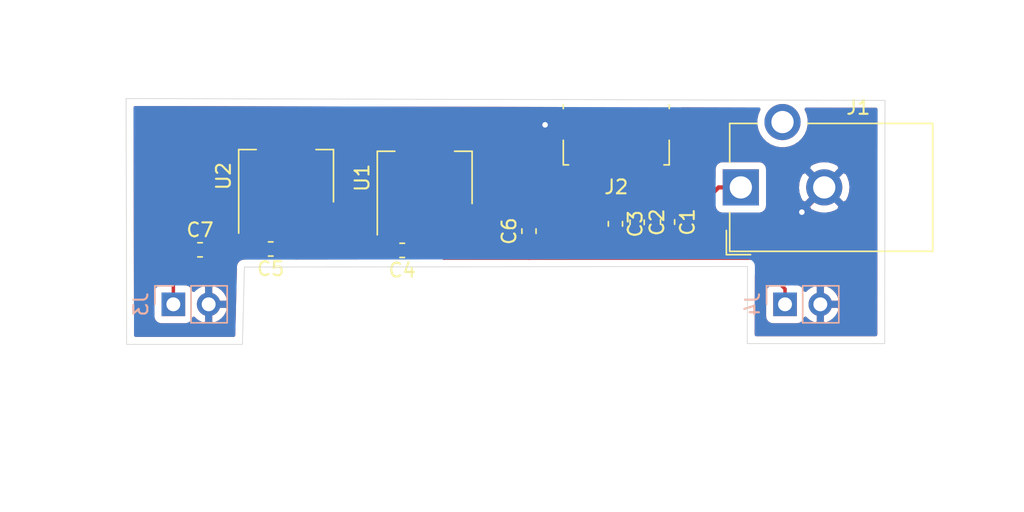
<source format=kicad_pcb>
(kicad_pcb (version 20171130) (host pcbnew "(5.1.4)-1")

  (general
    (thickness 1.6)
    (drawings 8)
    (tracks 66)
    (zones 0)
    (modules 13)
    (nets 7)
  )

  (page A4)
  (layers
    (0 F.Cu signal)
    (31 B.Cu signal)
    (32 B.Adhes user)
    (33 F.Adhes user)
    (34 B.Paste user)
    (35 F.Paste user)
    (36 B.SilkS user)
    (37 F.SilkS user)
    (38 B.Mask user)
    (39 F.Mask user)
    (40 Dwgs.User user)
    (41 Cmts.User user)
    (42 Eco1.User user)
    (43 Eco2.User user)
    (44 Edge.Cuts user)
    (45 Margin user)
    (46 B.CrtYd user)
    (47 F.CrtYd user)
    (48 B.Fab user)
    (49 F.Fab user)
  )

  (setup
    (last_trace_width 0.25)
    (trace_clearance 0.2)
    (zone_clearance 0.508)
    (zone_45_only no)
    (trace_min 0.2)
    (via_size 0.8)
    (via_drill 0.4)
    (via_min_size 0.4)
    (via_min_drill 0.3)
    (uvia_size 0.3)
    (uvia_drill 0.1)
    (uvias_allowed no)
    (uvia_min_size 0.2)
    (uvia_min_drill 0.1)
    (edge_width 0.05)
    (segment_width 0.2)
    (pcb_text_width 0.3)
    (pcb_text_size 1.5 1.5)
    (mod_edge_width 0.12)
    (mod_text_size 1 1)
    (mod_text_width 0.15)
    (pad_size 1.524 1.524)
    (pad_drill 0.762)
    (pad_to_mask_clearance 0.051)
    (solder_mask_min_width 0.25)
    (aux_axis_origin 0 0)
    (visible_elements FFFFF77F)
    (pcbplotparams
      (layerselection 0x010fc_ffffffff)
      (usegerberextensions false)
      (usegerberattributes false)
      (usegerberadvancedattributes false)
      (creategerberjobfile false)
      (excludeedgelayer true)
      (linewidth 0.100000)
      (plotframeref false)
      (viasonmask false)
      (mode 1)
      (useauxorigin false)
      (hpglpennumber 1)
      (hpglpenspeed 20)
      (hpglpendiameter 15.000000)
      (psnegative false)
      (psa4output false)
      (plotreference true)
      (plotvalue true)
      (plotinvisibletext false)
      (padsonsilk false)
      (subtractmaskfromsilk false)
      (outputformat 1)
      (mirror false)
      (drillshape 1)
      (scaleselection 1)
      (outputdirectory ""))
  )

  (net 0 "")
  (net 1 GND)
  (net 2 "Net-(C1-Pad1)")
  (net 3 "Net-(C4-Pad1)")
  (net 4 "Net-(C5-Pad1)")
  (net 5 "Net-(J2-Pad3)")
  (net 6 "Net-(J2-Pad2)")

  (net_class Default "Ceci est la Netclass par défaut."
    (clearance 0.2)
    (trace_width 0.25)
    (via_dia 0.8)
    (via_drill 0.4)
    (uvia_dia 0.3)
    (uvia_drill 0.1)
    (add_net GND)
    (add_net "Net-(C1-Pad1)")
    (add_net "Net-(C4-Pad1)")
    (add_net "Net-(C5-Pad1)")
    (add_net "Net-(J2-Pad2)")
    (add_net "Net-(J2-Pad3)")
  )

  (module Package_TO_SOT_SMD:SOT-223-3_TabPin2 (layer F.Cu) (tedit 5A02FF57) (tstamp 5DAB8174)
    (at 108.11 80.78 90)
    (descr "module CMS SOT223 4 pins")
    (tags "CMS SOT")
    (path /5DAB8263)
    (attr smd)
    (fp_text reference U2 (at 0 -4.5 90) (layer F.SilkS)
      (effects (font (size 1 1) (thickness 0.15)))
    )
    (fp_text value LD1117S33TR_SOT223 (at 0 4.5 90) (layer F.Fab)
      (effects (font (size 1 1) (thickness 0.15)))
    )
    (fp_line (start 1.85 -3.35) (end 1.85 3.35) (layer F.Fab) (width 0.1))
    (fp_line (start -1.85 3.35) (end 1.85 3.35) (layer F.Fab) (width 0.1))
    (fp_line (start -4.1 -3.41) (end 1.91 -3.41) (layer F.SilkS) (width 0.12))
    (fp_line (start -0.85 -3.35) (end 1.85 -3.35) (layer F.Fab) (width 0.1))
    (fp_line (start -1.85 3.41) (end 1.91 3.41) (layer F.SilkS) (width 0.12))
    (fp_line (start -1.85 -2.35) (end -1.85 3.35) (layer F.Fab) (width 0.1))
    (fp_line (start -1.85 -2.35) (end -0.85 -3.35) (layer F.Fab) (width 0.1))
    (fp_line (start -4.4 -3.6) (end -4.4 3.6) (layer F.CrtYd) (width 0.05))
    (fp_line (start -4.4 3.6) (end 4.4 3.6) (layer F.CrtYd) (width 0.05))
    (fp_line (start 4.4 3.6) (end 4.4 -3.6) (layer F.CrtYd) (width 0.05))
    (fp_line (start 4.4 -3.6) (end -4.4 -3.6) (layer F.CrtYd) (width 0.05))
    (fp_line (start 1.91 -3.41) (end 1.91 -2.15) (layer F.SilkS) (width 0.12))
    (fp_line (start 1.91 3.41) (end 1.91 2.15) (layer F.SilkS) (width 0.12))
    (fp_text user %R (at 0 0) (layer F.Fab)
      (effects (font (size 0.8 0.8) (thickness 0.12)))
    )
    (pad 1 smd rect (at -3.15 -2.3 90) (size 2 1.5) (layers F.Cu F.Paste F.Mask)
      (net 1 GND))
    (pad 3 smd rect (at -3.15 2.3 90) (size 2 1.5) (layers F.Cu F.Paste F.Mask)
      (net 2 "Net-(C1-Pad1)"))
    (pad 2 smd rect (at -3.15 0 90) (size 2 1.5) (layers F.Cu F.Paste F.Mask)
      (net 4 "Net-(C5-Pad1)"))
    (pad 2 smd rect (at 3.15 0 90) (size 2 3.8) (layers F.Cu F.Paste F.Mask)
      (net 4 "Net-(C5-Pad1)"))
    (model ${KISYS3DMOD}/Package_TO_SOT_SMD.3dshapes/SOT-223.wrl
      (at (xyz 0 0 0))
      (scale (xyz 1 1 1))
      (rotate (xyz 0 0 0))
    )
  )

  (module Package_TO_SOT_SMD:SOT-223-3_TabPin2 (layer F.Cu) (tedit 5A02FF57) (tstamp 5DAB815E)
    (at 118.08 80.9 90)
    (descr "module CMS SOT223 4 pins")
    (tags "CMS SOT")
    (path /5DAB7D35)
    (attr smd)
    (fp_text reference U1 (at 0 -4.5 90) (layer F.SilkS)
      (effects (font (size 1 1) (thickness 0.15)))
    )
    (fp_text value LD1117S50TR_SOT223 (at 0 4.5 90) (layer F.Fab)
      (effects (font (size 1 1) (thickness 0.15)))
    )
    (fp_line (start 1.85 -3.35) (end 1.85 3.35) (layer F.Fab) (width 0.1))
    (fp_line (start -1.85 3.35) (end 1.85 3.35) (layer F.Fab) (width 0.1))
    (fp_line (start -4.1 -3.41) (end 1.91 -3.41) (layer F.SilkS) (width 0.12))
    (fp_line (start -0.85 -3.35) (end 1.85 -3.35) (layer F.Fab) (width 0.1))
    (fp_line (start -1.85 3.41) (end 1.91 3.41) (layer F.SilkS) (width 0.12))
    (fp_line (start -1.85 -2.35) (end -1.85 3.35) (layer F.Fab) (width 0.1))
    (fp_line (start -1.85 -2.35) (end -0.85 -3.35) (layer F.Fab) (width 0.1))
    (fp_line (start -4.4 -3.6) (end -4.4 3.6) (layer F.CrtYd) (width 0.05))
    (fp_line (start -4.4 3.6) (end 4.4 3.6) (layer F.CrtYd) (width 0.05))
    (fp_line (start 4.4 3.6) (end 4.4 -3.6) (layer F.CrtYd) (width 0.05))
    (fp_line (start 4.4 -3.6) (end -4.4 -3.6) (layer F.CrtYd) (width 0.05))
    (fp_line (start 1.91 -3.41) (end 1.91 -2.15) (layer F.SilkS) (width 0.12))
    (fp_line (start 1.91 3.41) (end 1.91 2.15) (layer F.SilkS) (width 0.12))
    (fp_text user %R (at 0 0) (layer F.Fab)
      (effects (font (size 0.8 0.8) (thickness 0.12)))
    )
    (pad 1 smd rect (at -3.15 -2.3 90) (size 2 1.5) (layers F.Cu F.Paste F.Mask)
      (net 1 GND))
    (pad 3 smd rect (at -3.15 2.3 90) (size 2 1.5) (layers F.Cu F.Paste F.Mask)
      (net 2 "Net-(C1-Pad1)"))
    (pad 2 smd rect (at -3.15 0 90) (size 2 1.5) (layers F.Cu F.Paste F.Mask)
      (net 3 "Net-(C4-Pad1)"))
    (pad 2 smd rect (at 3.15 0 90) (size 2 3.8) (layers F.Cu F.Paste F.Mask)
      (net 3 "Net-(C4-Pad1)"))
    (model ${KISYS3DMOD}/Package_TO_SOT_SMD.3dshapes/SOT-223.wrl
      (at (xyz 0 0 0))
      (scale (xyz 1 1 1))
      (rotate (xyz 0 0 0))
    )
  )

  (module Connector_PinHeader_2.54mm:PinHeader_1x02_P2.54mm_Vertical (layer B.Cu) (tedit 59FED5CC) (tstamp 5DAB8148)
    (at 144 90 270)
    (descr "Through hole straight pin header, 1x02, 2.54mm pitch, single row")
    (tags "Through hole pin header THT 1x02 2.54mm single row")
    (path /5DABAD61)
    (fp_text reference J4 (at 0 2.33 270) (layer B.SilkS)
      (effects (font (size 1 1) (thickness 0.15)) (justify mirror))
    )
    (fp_text value Conn_01x02 (at 0 -4.87 270) (layer B.Fab)
      (effects (font (size 1 1) (thickness 0.15)) (justify mirror))
    )
    (fp_text user %R (at 0 -1.27) (layer B.Fab)
      (effects (font (size 1 1) (thickness 0.15)) (justify mirror))
    )
    (fp_line (start 1.8 1.8) (end -1.8 1.8) (layer B.CrtYd) (width 0.05))
    (fp_line (start 1.8 -4.35) (end 1.8 1.8) (layer B.CrtYd) (width 0.05))
    (fp_line (start -1.8 -4.35) (end 1.8 -4.35) (layer B.CrtYd) (width 0.05))
    (fp_line (start -1.8 1.8) (end -1.8 -4.35) (layer B.CrtYd) (width 0.05))
    (fp_line (start -1.33 1.33) (end 0 1.33) (layer B.SilkS) (width 0.12))
    (fp_line (start -1.33 0) (end -1.33 1.33) (layer B.SilkS) (width 0.12))
    (fp_line (start -1.33 -1.27) (end 1.33 -1.27) (layer B.SilkS) (width 0.12))
    (fp_line (start 1.33 -1.27) (end 1.33 -3.87) (layer B.SilkS) (width 0.12))
    (fp_line (start -1.33 -1.27) (end -1.33 -3.87) (layer B.SilkS) (width 0.12))
    (fp_line (start -1.33 -3.87) (end 1.33 -3.87) (layer B.SilkS) (width 0.12))
    (fp_line (start -1.27 0.635) (end -0.635 1.27) (layer B.Fab) (width 0.1))
    (fp_line (start -1.27 -3.81) (end -1.27 0.635) (layer B.Fab) (width 0.1))
    (fp_line (start 1.27 -3.81) (end -1.27 -3.81) (layer B.Fab) (width 0.1))
    (fp_line (start 1.27 1.27) (end 1.27 -3.81) (layer B.Fab) (width 0.1))
    (fp_line (start -0.635 1.27) (end 1.27 1.27) (layer B.Fab) (width 0.1))
    (pad 2 thru_hole oval (at 0 -2.54 270) (size 1.7 1.7) (drill 1) (layers *.Cu *.Mask)
      (net 1 GND))
    (pad 1 thru_hole rect (at 0 0 270) (size 1.7 1.7) (drill 1) (layers *.Cu *.Mask)
      (net 3 "Net-(C4-Pad1)"))
    (model ${KISYS3DMOD}/Connector_PinHeader_2.54mm.3dshapes/PinHeader_1x02_P2.54mm_Vertical.wrl
      (at (xyz 0 0 0))
      (scale (xyz 1 1 1))
      (rotate (xyz 0 0 0))
    )
  )

  (module Connector_PinHeader_2.54mm:PinHeader_1x02_P2.54mm_Vertical (layer B.Cu) (tedit 59FED5CC) (tstamp 5DAB8132)
    (at 100 90 270)
    (descr "Through hole straight pin header, 1x02, 2.54mm pitch, single row")
    (tags "Through hole pin header THT 1x02 2.54mm single row")
    (path /5DABB04B)
    (fp_text reference J3 (at 0 2.33 270) (layer B.SilkS)
      (effects (font (size 1 1) (thickness 0.15)) (justify mirror))
    )
    (fp_text value Conn_01x02 (at 0 -4.87 270) (layer B.Fab)
      (effects (font (size 1 1) (thickness 0.15)) (justify mirror))
    )
    (fp_text user %R (at 0 -1.27) (layer B.Fab)
      (effects (font (size 1 1) (thickness 0.15)) (justify mirror))
    )
    (fp_line (start 1.8 1.8) (end -1.8 1.8) (layer B.CrtYd) (width 0.05))
    (fp_line (start 1.8 -4.35) (end 1.8 1.8) (layer B.CrtYd) (width 0.05))
    (fp_line (start -1.8 -4.35) (end 1.8 -4.35) (layer B.CrtYd) (width 0.05))
    (fp_line (start -1.8 1.8) (end -1.8 -4.35) (layer B.CrtYd) (width 0.05))
    (fp_line (start -1.33 1.33) (end 0 1.33) (layer B.SilkS) (width 0.12))
    (fp_line (start -1.33 0) (end -1.33 1.33) (layer B.SilkS) (width 0.12))
    (fp_line (start -1.33 -1.27) (end 1.33 -1.27) (layer B.SilkS) (width 0.12))
    (fp_line (start 1.33 -1.27) (end 1.33 -3.87) (layer B.SilkS) (width 0.12))
    (fp_line (start -1.33 -1.27) (end -1.33 -3.87) (layer B.SilkS) (width 0.12))
    (fp_line (start -1.33 -3.87) (end 1.33 -3.87) (layer B.SilkS) (width 0.12))
    (fp_line (start -1.27 0.635) (end -0.635 1.27) (layer B.Fab) (width 0.1))
    (fp_line (start -1.27 -3.81) (end -1.27 0.635) (layer B.Fab) (width 0.1))
    (fp_line (start 1.27 -3.81) (end -1.27 -3.81) (layer B.Fab) (width 0.1))
    (fp_line (start 1.27 1.27) (end 1.27 -3.81) (layer B.Fab) (width 0.1))
    (fp_line (start -0.635 1.27) (end 1.27 1.27) (layer B.Fab) (width 0.1))
    (pad 2 thru_hole oval (at 0 -2.54 270) (size 1.7 1.7) (drill 1) (layers *.Cu *.Mask)
      (net 1 GND))
    (pad 1 thru_hole rect (at 0 0 270) (size 1.7 1.7) (drill 1) (layers *.Cu *.Mask)
      (net 4 "Net-(C5-Pad1)"))
    (model ${KISYS3DMOD}/Connector_PinHeader_2.54mm.3dshapes/PinHeader_1x02_P2.54mm_Vertical.wrl
      (at (xyz 0 0 0))
      (scale (xyz 1 1 1))
      (rotate (xyz 0 0 0))
    )
  )

  (module Connector_USB:USB_Micro-B_Molex_47346-0001 (layer F.Cu) (tedit 5A1DC0BD) (tstamp 5DAB811C)
    (at 131.86 78.26 180)
    (descr "Micro USB B receptable with flange, bottom-mount, SMD, right-angle (http://www.molex.com/pdm_docs/sd/473460001_sd.pdf)")
    (tags "Micro B USB SMD")
    (path /5DAB6902)
    (attr smd)
    (fp_text reference J2 (at 0 -3.3 180) (layer F.SilkS)
      (effects (font (size 1 1) (thickness 0.15)))
    )
    (fp_text value USB_B_Micro (at 0 4.6 180) (layer F.Fab)
      (effects (font (size 1 1) (thickness 0.15)))
    )
    (fp_line (start -3.25 2.65) (end 3.25 2.65) (layer F.Fab) (width 0.1))
    (fp_line (start -3.81 2.6) (end -3.81 2.34) (layer F.SilkS) (width 0.12))
    (fp_line (start -3.81 0.06) (end -3.81 -1.71) (layer F.SilkS) (width 0.12))
    (fp_line (start -3.81 -1.71) (end -3.43 -1.71) (layer F.SilkS) (width 0.12))
    (fp_line (start 3.81 -1.71) (end 3.81 0.06) (layer F.SilkS) (width 0.12))
    (fp_line (start 3.81 2.34) (end 3.81 2.6) (layer F.SilkS) (width 0.12))
    (fp_line (start -3.75 3.35) (end -3.75 -1.65) (layer F.Fab) (width 0.1))
    (fp_line (start -3.75 -1.65) (end 3.75 -1.65) (layer F.Fab) (width 0.1))
    (fp_line (start 3.75 -1.65) (end 3.75 3.35) (layer F.Fab) (width 0.1))
    (fp_line (start 3.75 3.35) (end -3.75 3.35) (layer F.Fab) (width 0.1))
    (fp_line (start -4.6 3.9) (end -4.6 -2.7) (layer F.CrtYd) (width 0.05))
    (fp_line (start -4.6 -2.7) (end 4.6 -2.7) (layer F.CrtYd) (width 0.05))
    (fp_line (start 4.6 -2.7) (end 4.6 3.9) (layer F.CrtYd) (width 0.05))
    (fp_line (start 4.6 3.9) (end -4.6 3.9) (layer F.CrtYd) (width 0.05))
    (fp_line (start 3.81 -1.71) (end 3.43 -1.71) (layer F.SilkS) (width 0.12))
    (fp_text user %R (at 0 1.2) (layer F.Fab)
      (effects (font (size 1 1) (thickness 0.15)))
    )
    (fp_text user "PCB Edge" (at 0 2.67 180) (layer Dwgs.User)
      (effects (font (size 0.4 0.4) (thickness 0.04)))
    )
    (pad 6 smd rect (at 0.84 1.2 180) (size 1.175 1.9) (layers F.Cu F.Paste F.Mask)
      (net 1 GND))
    (pad 6 smd rect (at -0.84 1.2 180) (size 1.175 1.9) (layers F.Cu F.Paste F.Mask)
      (net 1 GND))
    (pad 6 smd rect (at 2.91 1.2 180) (size 2.375 1.9) (layers F.Cu F.Paste F.Mask)
      (net 1 GND))
    (pad 6 smd rect (at -2.91 1.2 180) (size 2.375 1.9) (layers F.Cu F.Paste F.Mask)
      (net 1 GND))
    (pad 6 smd rect (at 2.4625 -1.1 180) (size 1.475 2.1) (layers F.Cu F.Paste F.Mask)
      (net 1 GND))
    (pad 6 smd rect (at -2.4625 -1.1 180) (size 1.475 2.1) (layers F.Cu F.Paste F.Mask)
      (net 1 GND))
    (pad 5 smd rect (at 1.3 -1.46 180) (size 0.45 1.38) (layers F.Cu F.Paste F.Mask)
      (net 1 GND))
    (pad 4 smd rect (at 0.65 -1.46 180) (size 0.45 1.38) (layers F.Cu F.Paste F.Mask)
      (net 1 GND))
    (pad 3 smd rect (at 0 -1.46 180) (size 0.45 1.38) (layers F.Cu F.Paste F.Mask)
      (net 5 "Net-(J2-Pad3)"))
    (pad 2 smd rect (at -0.65 -1.46 180) (size 0.45 1.38) (layers F.Cu F.Paste F.Mask)
      (net 6 "Net-(J2-Pad2)"))
    (pad 1 smd rect (at -1.3 -1.46 180) (size 0.45 1.38) (layers F.Cu F.Paste F.Mask)
      (net 2 "Net-(C1-Pad1)"))
    (model ${KISYS3DMOD}/Connector_USB.3dshapes/USB_Micro-B_Molex_47346-0001.wrl
      (at (xyz 0 0 0))
      (scale (xyz 1 1 1))
      (rotate (xyz 0 0 0))
    )
  )

  (module Connector_BarrelJack:BarrelJack_CUI_PJ-102AH_Horizontal (layer F.Cu) (tedit 5A1DBF38) (tstamp 5DAB80FC)
    (at 140.82 81.59 90)
    (descr "Thin-pin DC Barrel Jack, https://cdn-shop.adafruit.com/datasheets/21mmdcjackDatasheet.pdf")
    (tags "Power Jack")
    (path /5DAB71E2)
    (fp_text reference J1 (at 5.75 8.45) (layer F.SilkS)
      (effects (font (size 1 1) (thickness 0.15)))
    )
    (fp_text value Jack-DC (at -5.5 6.2) (layer F.Fab)
      (effects (font (size 1 1) (thickness 0.15)))
    )
    (fp_line (start -4.5 10.2) (end 4.5 10.2) (layer F.Fab) (width 0.1))
    (fp_line (start -3.5 -0.7) (end 4.5 -0.7) (layer F.Fab) (width 0.1))
    (fp_line (start -4.5 0.3) (end -3.5 -0.7) (layer F.Fab) (width 0.1))
    (fp_line (start -4.5 13.7) (end -4.5 0.3) (layer F.Fab) (width 0.1))
    (fp_line (start 4.5 13.7) (end -4.5 13.7) (layer F.Fab) (width 0.1))
    (fp_line (start 4.5 -0.7) (end 4.5 13.7) (layer F.Fab) (width 0.1))
    (fp_line (start -4.84 -1.04) (end -3.1 -1.04) (layer F.SilkS) (width 0.12))
    (fp_line (start -4.84 0.7) (end -4.84 -1.04) (layer F.SilkS) (width 0.12))
    (fp_line (start 4.6 -0.8) (end 4.6 1.2) (layer F.SilkS) (width 0.12))
    (fp_line (start 1.8 -0.8) (end 4.6 -0.8) (layer F.SilkS) (width 0.12))
    (fp_line (start -4.6 -0.8) (end -1.8 -0.8) (layer F.SilkS) (width 0.12))
    (fp_line (start -4.6 13.8) (end -4.6 -0.8) (layer F.SilkS) (width 0.12))
    (fp_line (start 4.6 13.8) (end -4.6 13.8) (layer F.SilkS) (width 0.12))
    (fp_line (start 4.6 4.8) (end 4.6 13.8) (layer F.SilkS) (width 0.12))
    (fp_line (start -1.8 -1.8) (end 1.8 -1.8) (layer F.CrtYd) (width 0.05))
    (fp_line (start -1.8 -1.2) (end -1.8 -1.8) (layer F.CrtYd) (width 0.05))
    (fp_line (start -5 -1.2) (end -1.8 -1.2) (layer F.CrtYd) (width 0.05))
    (fp_line (start -5 14.2) (end -5 -1.2) (layer F.CrtYd) (width 0.05))
    (fp_line (start 5 14.2) (end -5 14.2) (layer F.CrtYd) (width 0.05))
    (fp_line (start 5 4.8) (end 5 14.2) (layer F.CrtYd) (width 0.05))
    (fp_line (start 6.5 4.8) (end 5 4.8) (layer F.CrtYd) (width 0.05))
    (fp_line (start 6.5 1.2) (end 6.5 4.8) (layer F.CrtYd) (width 0.05))
    (fp_line (start 5 1.2) (end 6.5 1.2) (layer F.CrtYd) (width 0.05))
    (fp_line (start 5 -1.2) (end 5 1.2) (layer F.CrtYd) (width 0.05))
    (fp_line (start 1.8 -1.2) (end 5 -1.2) (layer F.CrtYd) (width 0.05))
    (fp_line (start 1.8 -1.8) (end 1.8 -1.2) (layer F.CrtYd) (width 0.05))
    (fp_text user %R (at 0 6.5 90) (layer F.Fab)
      (effects (font (size 1 1) (thickness 0.15)))
    )
    (pad 3 thru_hole circle (at 4.7 3 90) (size 2.6 2.6) (drill 1.6) (layers *.Cu *.Mask))
    (pad 2 thru_hole circle (at 0 6 90) (size 2.6 2.6) (drill 1.6) (layers *.Cu *.Mask)
      (net 1 GND))
    (pad 1 thru_hole rect (at 0 0 90) (size 2.6 2.6) (drill 1.6) (layers *.Cu *.Mask)
      (net 2 "Net-(C1-Pad1)"))
    (model C:/Users/YG/Downloads/CUI_PJ-002A.step
      (offset (xyz 0 -13.5 6.5))
      (scale (xyz 1 1 1))
      (rotate (xyz -90 0 90))
    )
  )

  (module Capacitor_SMD:C_0603_1608Metric (layer F.Cu) (tedit 5B301BBE) (tstamp 5DAB80DA)
    (at 101.92 86.08)
    (descr "Capacitor SMD 0603 (1608 Metric), square (rectangular) end terminal, IPC_7351 nominal, (Body size source: http://www.tortai-tech.com/upload/download/2011102023233369053.pdf), generated with kicad-footprint-generator")
    (tags capacitor)
    (path /5DABA437)
    (attr smd)
    (fp_text reference C7 (at 0 -1.43) (layer F.SilkS)
      (effects (font (size 1 1) (thickness 0.15)))
    )
    (fp_text value 22uf (at 0 1.43) (layer F.Fab)
      (effects (font (size 1 1) (thickness 0.15)))
    )
    (fp_text user %R (at 0 0) (layer F.Fab)
      (effects (font (size 0.4 0.4) (thickness 0.06)))
    )
    (fp_line (start 1.48 0.73) (end -1.48 0.73) (layer F.CrtYd) (width 0.05))
    (fp_line (start 1.48 -0.73) (end 1.48 0.73) (layer F.CrtYd) (width 0.05))
    (fp_line (start -1.48 -0.73) (end 1.48 -0.73) (layer F.CrtYd) (width 0.05))
    (fp_line (start -1.48 0.73) (end -1.48 -0.73) (layer F.CrtYd) (width 0.05))
    (fp_line (start -0.162779 0.51) (end 0.162779 0.51) (layer F.SilkS) (width 0.12))
    (fp_line (start -0.162779 -0.51) (end 0.162779 -0.51) (layer F.SilkS) (width 0.12))
    (fp_line (start 0.8 0.4) (end -0.8 0.4) (layer F.Fab) (width 0.1))
    (fp_line (start 0.8 -0.4) (end 0.8 0.4) (layer F.Fab) (width 0.1))
    (fp_line (start -0.8 -0.4) (end 0.8 -0.4) (layer F.Fab) (width 0.1))
    (fp_line (start -0.8 0.4) (end -0.8 -0.4) (layer F.Fab) (width 0.1))
    (pad 2 smd roundrect (at 0.7875 0) (size 0.875 0.95) (layers F.Cu F.Paste F.Mask) (roundrect_rratio 0.25)
      (net 1 GND))
    (pad 1 smd roundrect (at -0.7875 0) (size 0.875 0.95) (layers F.Cu F.Paste F.Mask) (roundrect_rratio 0.25)
      (net 4 "Net-(C5-Pad1)"))
    (model ${KISYS3DMOD}/Capacitor_SMD.3dshapes/C_0603_1608Metric.wrl
      (at (xyz 0 0 0))
      (scale (xyz 1 1 1))
      (rotate (xyz 0 0 0))
    )
  )

  (module Capacitor_SMD:C_0603_1608Metric (layer F.Cu) (tedit 5B301BBE) (tstamp 5DAB80C9)
    (at 125.58 84.7375 90)
    (descr "Capacitor SMD 0603 (1608 Metric), square (rectangular) end terminal, IPC_7351 nominal, (Body size source: http://www.tortai-tech.com/upload/download/2011102023233369053.pdf), generated with kicad-footprint-generator")
    (tags capacitor)
    (path /5DAB9F2C)
    (attr smd)
    (fp_text reference C6 (at 0 -1.43 90) (layer F.SilkS)
      (effects (font (size 1 1) (thickness 0.15)))
    )
    (fp_text value 22uf (at 0 1.43 90) (layer F.Fab)
      (effects (font (size 1 1) (thickness 0.15)))
    )
    (fp_text user %R (at 0 0 90) (layer F.Fab)
      (effects (font (size 0.4 0.4) (thickness 0.06)))
    )
    (fp_line (start 1.48 0.73) (end -1.48 0.73) (layer F.CrtYd) (width 0.05))
    (fp_line (start 1.48 -0.73) (end 1.48 0.73) (layer F.CrtYd) (width 0.05))
    (fp_line (start -1.48 -0.73) (end 1.48 -0.73) (layer F.CrtYd) (width 0.05))
    (fp_line (start -1.48 0.73) (end -1.48 -0.73) (layer F.CrtYd) (width 0.05))
    (fp_line (start -0.162779 0.51) (end 0.162779 0.51) (layer F.SilkS) (width 0.12))
    (fp_line (start -0.162779 -0.51) (end 0.162779 -0.51) (layer F.SilkS) (width 0.12))
    (fp_line (start 0.8 0.4) (end -0.8 0.4) (layer F.Fab) (width 0.1))
    (fp_line (start 0.8 -0.4) (end 0.8 0.4) (layer F.Fab) (width 0.1))
    (fp_line (start -0.8 -0.4) (end 0.8 -0.4) (layer F.Fab) (width 0.1))
    (fp_line (start -0.8 0.4) (end -0.8 -0.4) (layer F.Fab) (width 0.1))
    (pad 2 smd roundrect (at 0.7875 0 90) (size 0.875 0.95) (layers F.Cu F.Paste F.Mask) (roundrect_rratio 0.25)
      (net 1 GND))
    (pad 1 smd roundrect (at -0.7875 0 90) (size 0.875 0.95) (layers F.Cu F.Paste F.Mask) (roundrect_rratio 0.25)
      (net 3 "Net-(C4-Pad1)"))
    (model ${KISYS3DMOD}/Capacitor_SMD.3dshapes/C_0603_1608Metric.wrl
      (at (xyz 0 0 0))
      (scale (xyz 1 1 1))
      (rotate (xyz 0 0 0))
    )
  )

  (module Capacitor_SMD:C_0603_1608Metric (layer F.Cu) (tedit 5B301BBE) (tstamp 5DAB80B8)
    (at 107.0025 86.02 180)
    (descr "Capacitor SMD 0603 (1608 Metric), square (rectangular) end terminal, IPC_7351 nominal, (Body size source: http://www.tortai-tech.com/upload/download/2011102023233369053.pdf), generated with kicad-footprint-generator")
    (tags capacitor)
    (path /5DABA0B5)
    (attr smd)
    (fp_text reference C5 (at 0 -1.43) (layer F.SilkS)
      (effects (font (size 1 1) (thickness 0.15)))
    )
    (fp_text value 22uf (at 0 1.43) (layer F.Fab)
      (effects (font (size 1 1) (thickness 0.15)))
    )
    (fp_text user %R (at 0 0) (layer F.Fab)
      (effects (font (size 0.4 0.4) (thickness 0.06)))
    )
    (fp_line (start 1.48 0.73) (end -1.48 0.73) (layer F.CrtYd) (width 0.05))
    (fp_line (start 1.48 -0.73) (end 1.48 0.73) (layer F.CrtYd) (width 0.05))
    (fp_line (start -1.48 -0.73) (end 1.48 -0.73) (layer F.CrtYd) (width 0.05))
    (fp_line (start -1.48 0.73) (end -1.48 -0.73) (layer F.CrtYd) (width 0.05))
    (fp_line (start -0.162779 0.51) (end 0.162779 0.51) (layer F.SilkS) (width 0.12))
    (fp_line (start -0.162779 -0.51) (end 0.162779 -0.51) (layer F.SilkS) (width 0.12))
    (fp_line (start 0.8 0.4) (end -0.8 0.4) (layer F.Fab) (width 0.1))
    (fp_line (start 0.8 -0.4) (end 0.8 0.4) (layer F.Fab) (width 0.1))
    (fp_line (start -0.8 -0.4) (end 0.8 -0.4) (layer F.Fab) (width 0.1))
    (fp_line (start -0.8 0.4) (end -0.8 -0.4) (layer F.Fab) (width 0.1))
    (pad 2 smd roundrect (at 0.7875 0 180) (size 0.875 0.95) (layers F.Cu F.Paste F.Mask) (roundrect_rratio 0.25)
      (net 1 GND))
    (pad 1 smd roundrect (at -0.7875 0 180) (size 0.875 0.95) (layers F.Cu F.Paste F.Mask) (roundrect_rratio 0.25)
      (net 4 "Net-(C5-Pad1)"))
    (model ${KISYS3DMOD}/Capacitor_SMD.3dshapes/C_0603_1608Metric.wrl
      (at (xyz 0 0 0))
      (scale (xyz 1 1 1))
      (rotate (xyz 0 0 0))
    )
  )

  (module Capacitor_SMD:C_0603_1608Metric (layer F.Cu) (tedit 5B301BBE) (tstamp 5DAB80A7)
    (at 116.4625 86.12 180)
    (descr "Capacitor SMD 0603 (1608 Metric), square (rectangular) end terminal, IPC_7351 nominal, (Body size source: http://www.tortai-tech.com/upload/download/2011102023233369053.pdf), generated with kicad-footprint-generator")
    (tags capacitor)
    (path /5DAB9D4B)
    (attr smd)
    (fp_text reference C4 (at 0 -1.43) (layer F.SilkS)
      (effects (font (size 1 1) (thickness 0.15)))
    )
    (fp_text value 22uf (at 0 1.43 270) (layer F.Fab)
      (effects (font (size 1 1) (thickness 0.15)))
    )
    (fp_text user %R (at 0 0) (layer F.Fab)
      (effects (font (size 0.4 0.4) (thickness 0.06)))
    )
    (fp_line (start 1.48 0.73) (end -1.48 0.73) (layer F.CrtYd) (width 0.05))
    (fp_line (start 1.48 -0.73) (end 1.48 0.73) (layer F.CrtYd) (width 0.05))
    (fp_line (start -1.48 -0.73) (end 1.48 -0.73) (layer F.CrtYd) (width 0.05))
    (fp_line (start -1.48 0.73) (end -1.48 -0.73) (layer F.CrtYd) (width 0.05))
    (fp_line (start -0.162779 0.51) (end 0.162779 0.51) (layer F.SilkS) (width 0.12))
    (fp_line (start -0.162779 -0.51) (end 0.162779 -0.51) (layer F.SilkS) (width 0.12))
    (fp_line (start 0.8 0.4) (end -0.8 0.4) (layer F.Fab) (width 0.1))
    (fp_line (start 0.8 -0.4) (end 0.8 0.4) (layer F.Fab) (width 0.1))
    (fp_line (start -0.8 -0.4) (end 0.8 -0.4) (layer F.Fab) (width 0.1))
    (fp_line (start -0.8 0.4) (end -0.8 -0.4) (layer F.Fab) (width 0.1))
    (pad 2 smd roundrect (at 0.7875 0 180) (size 0.875 0.95) (layers F.Cu F.Paste F.Mask) (roundrect_rratio 0.25)
      (net 1 GND))
    (pad 1 smd roundrect (at -0.7875 0 180) (size 0.875 0.95) (layers F.Cu F.Paste F.Mask) (roundrect_rratio 0.25)
      (net 3 "Net-(C4-Pad1)"))
    (model ${KISYS3DMOD}/Capacitor_SMD.3dshapes/C_0603_1608Metric.wrl
      (at (xyz 0 0 0))
      (scale (xyz 1 1 1))
      (rotate (xyz 0 0 0))
    )
  )

  (module Capacitor_SMD:C_0603_1608Metric (layer F.Cu) (tedit 5B301BBE) (tstamp 5DAB8096)
    (at 131.8 84.2125 270)
    (descr "Capacitor SMD 0603 (1608 Metric), square (rectangular) end terminal, IPC_7351 nominal, (Body size source: http://www.tortai-tech.com/upload/download/2011102023233369053.pdf), generated with kicad-footprint-generator")
    (tags capacitor)
    (path /5DABAAFB)
    (attr smd)
    (fp_text reference C3 (at 0 -1.43 90) (layer F.SilkS)
      (effects (font (size 1 1) (thickness 0.15)))
    )
    (fp_text value 22uf (at 0 1.43 90) (layer F.Fab)
      (effects (font (size 1 1) (thickness 0.15)))
    )
    (fp_text user %R (at 0 0 90) (layer F.Fab)
      (effects (font (size 0.4 0.4) (thickness 0.06)))
    )
    (fp_line (start 1.48 0.73) (end -1.48 0.73) (layer F.CrtYd) (width 0.05))
    (fp_line (start 1.48 -0.73) (end 1.48 0.73) (layer F.CrtYd) (width 0.05))
    (fp_line (start -1.48 -0.73) (end 1.48 -0.73) (layer F.CrtYd) (width 0.05))
    (fp_line (start -1.48 0.73) (end -1.48 -0.73) (layer F.CrtYd) (width 0.05))
    (fp_line (start -0.162779 0.51) (end 0.162779 0.51) (layer F.SilkS) (width 0.12))
    (fp_line (start -0.162779 -0.51) (end 0.162779 -0.51) (layer F.SilkS) (width 0.12))
    (fp_line (start 0.8 0.4) (end -0.8 0.4) (layer F.Fab) (width 0.1))
    (fp_line (start 0.8 -0.4) (end 0.8 0.4) (layer F.Fab) (width 0.1))
    (fp_line (start -0.8 -0.4) (end 0.8 -0.4) (layer F.Fab) (width 0.1))
    (fp_line (start -0.8 0.4) (end -0.8 -0.4) (layer F.Fab) (width 0.1))
    (pad 2 smd roundrect (at 0.7875 0 270) (size 0.875 0.95) (layers F.Cu F.Paste F.Mask) (roundrect_rratio 0.25)
      (net 1 GND))
    (pad 1 smd roundrect (at -0.7875 0 270) (size 0.875 0.95) (layers F.Cu F.Paste F.Mask) (roundrect_rratio 0.25)
      (net 2 "Net-(C1-Pad1)"))
    (model ${KISYS3DMOD}/Capacitor_SMD.3dshapes/C_0603_1608Metric.wrl
      (at (xyz 0 0 0))
      (scale (xyz 1 1 1))
      (rotate (xyz 0 0 0))
    )
  )

  (module Capacitor_SMD:C_0603_1608Metric (layer F.Cu) (tedit 5B301BBE) (tstamp 5DAB8085)
    (at 133.36 84.1025 270)
    (descr "Capacitor SMD 0603 (1608 Metric), square (rectangular) end terminal, IPC_7351 nominal, (Body size source: http://www.tortai-tech.com/upload/download/2011102023233369053.pdf), generated with kicad-footprint-generator")
    (tags capacitor)
    (path /5DABA924)
    (attr smd)
    (fp_text reference C2 (at 0 -1.43 90) (layer F.SilkS)
      (effects (font (size 1 1) (thickness 0.15)))
    )
    (fp_text value 22uf (at 0 1.43 90) (layer F.Fab)
      (effects (font (size 1 1) (thickness 0.15)))
    )
    (fp_text user %R (at 0 0 90) (layer F.Fab)
      (effects (font (size 0.4 0.4) (thickness 0.06)))
    )
    (fp_line (start 1.48 0.73) (end -1.48 0.73) (layer F.CrtYd) (width 0.05))
    (fp_line (start 1.48 -0.73) (end 1.48 0.73) (layer F.CrtYd) (width 0.05))
    (fp_line (start -1.48 -0.73) (end 1.48 -0.73) (layer F.CrtYd) (width 0.05))
    (fp_line (start -1.48 0.73) (end -1.48 -0.73) (layer F.CrtYd) (width 0.05))
    (fp_line (start -0.162779 0.51) (end 0.162779 0.51) (layer F.SilkS) (width 0.12))
    (fp_line (start -0.162779 -0.51) (end 0.162779 -0.51) (layer F.SilkS) (width 0.12))
    (fp_line (start 0.8 0.4) (end -0.8 0.4) (layer F.Fab) (width 0.1))
    (fp_line (start 0.8 -0.4) (end 0.8 0.4) (layer F.Fab) (width 0.1))
    (fp_line (start -0.8 -0.4) (end 0.8 -0.4) (layer F.Fab) (width 0.1))
    (fp_line (start -0.8 0.4) (end -0.8 -0.4) (layer F.Fab) (width 0.1))
    (pad 2 smd roundrect (at 0.7875 0 270) (size 0.875 0.95) (layers F.Cu F.Paste F.Mask) (roundrect_rratio 0.25)
      (net 1 GND))
    (pad 1 smd roundrect (at -0.7875 0 270) (size 0.875 0.95) (layers F.Cu F.Paste F.Mask) (roundrect_rratio 0.25)
      (net 2 "Net-(C1-Pad1)"))
    (model ${KISYS3DMOD}/Capacitor_SMD.3dshapes/C_0603_1608Metric.wrl
      (at (xyz 0 0 0))
      (scale (xyz 1 1 1))
      (rotate (xyz 0 0 0))
    )
  )

  (module Capacitor_SMD:C_0603_1608Metric (layer F.Cu) (tedit 5B301BBE) (tstamp 5DAB8A05)
    (at 135.55 84.0825 270)
    (descr "Capacitor SMD 0603 (1608 Metric), square (rectangular) end terminal, IPC_7351 nominal, (Body size source: http://www.tortai-tech.com/upload/download/2011102023233369053.pdf), generated with kicad-footprint-generator")
    (tags capacitor)
    (path /5DABA646)
    (attr smd)
    (fp_text reference C1 (at 0 -1.43 90) (layer F.SilkS)
      (effects (font (size 1 1) (thickness 0.15)))
    )
    (fp_text value 22uf (at 0 1.43 90) (layer F.Fab)
      (effects (font (size 1 1) (thickness 0.15)))
    )
    (fp_text user %R (at 0 0 90) (layer F.Fab)
      (effects (font (size 0.4 0.4) (thickness 0.06)))
    )
    (fp_line (start 1.48 0.73) (end -1.48 0.73) (layer F.CrtYd) (width 0.05))
    (fp_line (start 1.48 -0.73) (end 1.48 0.73) (layer F.CrtYd) (width 0.05))
    (fp_line (start -1.48 -0.73) (end 1.48 -0.73) (layer F.CrtYd) (width 0.05))
    (fp_line (start -1.48 0.73) (end -1.48 -0.73) (layer F.CrtYd) (width 0.05))
    (fp_line (start -0.162779 0.51) (end 0.162779 0.51) (layer F.SilkS) (width 0.12))
    (fp_line (start -0.162779 -0.51) (end 0.162779 -0.51) (layer F.SilkS) (width 0.12))
    (fp_line (start 0.8 0.4) (end -0.8 0.4) (layer F.Fab) (width 0.1))
    (fp_line (start 0.8 -0.4) (end 0.8 0.4) (layer F.Fab) (width 0.1))
    (fp_line (start -0.8 -0.4) (end 0.8 -0.4) (layer F.Fab) (width 0.1))
    (fp_line (start -0.8 0.4) (end -0.8 -0.4) (layer F.Fab) (width 0.1))
    (pad 2 smd roundrect (at 0.7875 0 270) (size 0.875 0.95) (layers F.Cu F.Paste F.Mask) (roundrect_rratio 0.25)
      (net 1 GND))
    (pad 1 smd roundrect (at -0.7875 0 270) (size 0.875 0.95) (layers F.Cu F.Paste F.Mask) (roundrect_rratio 0.25)
      (net 2 "Net-(C1-Pad1)"))
    (model ${KISYS3DMOD}/Capacitor_SMD.3dshapes/C_0603_1608Metric.wrl
      (at (xyz 0 0 0))
      (scale (xyz 1 1 1))
      (rotate (xyz 0 0 0))
    )
  )

  (gr_line (start 96.6 75.2) (end 151.19 75.33) (layer Edge.Cuts) (width 0.05) (tstamp 5DAB8387))
  (gr_line (start 96.64 92.88) (end 96.6 75.2) (layer Edge.Cuts) (width 0.05))
  (gr_line (start 104.97 92.88) (end 96.64 92.88) (layer Edge.Cuts) (width 0.05))
  (gr_line (start 105.11 87.32) (end 104.97 92.88) (layer Edge.Cuts) (width 0.05))
  (gr_line (start 141.3 87.28) (end 105.11 87.32) (layer Edge.Cuts) (width 0.05))
  (gr_line (start 141.28 92.83) (end 141.3 87.28) (layer Edge.Cuts) (width 0.05))
  (gr_line (start 151.17 92.83) (end 141.28 92.83) (layer Edge.Cuts) (width 0.05))
  (gr_line (start 151.19 75.33) (end 151.17 92.83) (layer Edge.Cuts) (width 0.05))

  (via (at 145.21 83.37) (size 0.8) (drill 0.4) (layers F.Cu B.Cu) (net 1))
  (segment (start 146.82 81.59) (end 146.82 81.76) (width 0.3) (layer F.Cu) (net 1))
  (segment (start 146.82 81.76) (end 145.21 83.37) (width 0.3) (layer F.Cu) (net 1))
  (segment (start 128.95 77.06) (end 131.02 77.06) (width 0.3) (layer F.Cu) (net 1))
  (segment (start 131.02 77.06) (end 132.7 77.06) (width 0.3) (layer F.Cu) (net 1))
  (segment (start 132.7 77.06) (end 134.77 77.06) (width 0.3) (layer F.Cu) (net 1))
  (segment (start 134.3225 77.5075) (end 134.77 77.06) (width 0.3) (layer F.Cu) (net 1))
  (segment (start 134.3225 79.36) (end 134.3225 77.5075) (width 0.3) (layer F.Cu) (net 1))
  (segment (start 131.21 79.72) (end 130.56 79.72) (width 0.3) (layer F.Cu) (net 1))
  (segment (start 130.2 79.36) (end 130.56 79.72) (width 0.3) (layer F.Cu) (net 1))
  (segment (start 129.3975 79.36) (end 130.2 79.36) (width 0.3) (layer F.Cu) (net 1))
  (segment (start 129.3975 77.5075) (end 128.95 77.06) (width 0.3) (layer F.Cu) (net 1))
  (segment (start 129.3975 79.36) (end 129.3975 77.5075) (width 0.3) (layer F.Cu) (net 1))
  (via (at 126.74 77.09) (size 0.8) (drill 0.4) (layers F.Cu B.Cu) (net 1))
  (segment (start 128.95 77.06) (end 126.77 77.06) (width 0.3) (layer F.Cu) (net 1))
  (segment (start 126.77 77.06) (end 126.74 77.09) (width 0.3) (layer F.Cu) (net 1))
  (segment (start 115.675 84.155) (end 115.78 84.05) (width 0.25) (layer F.Cu) (net 1))
  (segment (start 115.675 86.12) (end 115.675 84.155) (width 0.25) (layer F.Cu) (net 1))
  (segment (start 106.215 84.335) (end 105.81 83.93) (width 0.25) (layer F.Cu) (net 1))
  (segment (start 106.215 86.02) (end 106.215 84.335) (width 0.25) (layer F.Cu) (net 1))
  (segment (start 140.82 81.59) (end 139.27 81.59) (width 0.25) (layer F.Cu) (net 2))
  (segment (start 120.38 82.8) (end 119.02 81.44) (width 0.25) (layer F.Cu) (net 2))
  (segment (start 120.38 84.05) (end 120.38 82.8) (width 0.25) (layer F.Cu) (net 2))
  (segment (start 119.02 81.44) (end 111.4 81.44) (width 0.25) (layer F.Cu) (net 2))
  (segment (start 110.41 82.43) (end 110.41 83.93) (width 0.25) (layer F.Cu) (net 2))
  (segment (start 111.4 81.44) (end 110.41 82.43) (width 0.25) (layer F.Cu) (net 2))
  (segment (start 133.16 80.71) (end 133.16 82.17) (width 0.3) (layer F.Cu) (net 2))
  (segment (start 133.16 79.72) (end 133.16 80.71) (width 0.3) (layer F.Cu) (net 2))
  (segment (start 121.72 82.71) (end 120.38 84.05) (width 0.3) (layer F.Cu) (net 2))
  (segment (start 139.22 81.59) (end 138.49 82.32) (width 0.3) (layer F.Cu) (net 2))
  (segment (start 140.82 81.59) (end 139.22 81.59) (width 0.3) (layer F.Cu) (net 2))
  (segment (start 133.31 82.32) (end 133.16 82.17) (width 0.3) (layer F.Cu) (net 2))
  (segment (start 133.16 82.17) (end 132.62 82.71) (width 0.3) (layer F.Cu) (net 2))
  (segment (start 135.55 82.7575) (end 135.55 82.32) (width 0.25) (layer F.Cu) (net 2))
  (segment (start 135.55 83.295) (end 135.55 82.7575) (width 0.25) (layer F.Cu) (net 2))
  (segment (start 138.49 82.32) (end 135.55 82.32) (width 0.3) (layer F.Cu) (net 2))
  (segment (start 135.55 82.32) (end 133.31 82.32) (width 0.3) (layer F.Cu) (net 2))
  (segment (start 133.31 82.7275) (end 133.31 82.32) (width 0.25) (layer F.Cu) (net 2))
  (segment (start 133.36 82.7775) (end 133.31 82.7275) (width 0.25) (layer F.Cu) (net 2))
  (segment (start 133.36 83.315) (end 133.36 82.7775) (width 0.25) (layer F.Cu) (net 2))
  (segment (start 131.73 82.8175) (end 131.73 82.71) (width 0.25) (layer F.Cu) (net 2))
  (segment (start 131.8 82.8875) (end 131.73 82.8175) (width 0.25) (layer F.Cu) (net 2))
  (segment (start 131.8 83.425) (end 131.8 82.8875) (width 0.25) (layer F.Cu) (net 2))
  (segment (start 132.62 82.71) (end 131.73 82.71) (width 0.3) (layer F.Cu) (net 2))
  (segment (start 131.73 82.71) (end 121.72 82.71) (width 0.3) (layer F.Cu) (net 2))
  (segment (start 144 88.9) (end 144 90) (width 0.25) (layer F.Cu) (net 3))
  (segment (start 141.78 86.68) (end 144 88.9) (width 0.25) (layer F.Cu) (net 3))
  (segment (start 118.08 85.3) (end 119.46 86.68) (width 0.25) (layer F.Cu) (net 3))
  (segment (start 118.08 85.29) (end 118.08 85.01) (width 0.25) (layer F.Cu) (net 3))
  (segment (start 117.25 86.12) (end 118.08 85.29) (width 0.25) (layer F.Cu) (net 3))
  (segment (start 118.08 84.05) (end 118.08 85.01) (width 0.25) (layer F.Cu) (net 3))
  (segment (start 118.08 85.01) (end 118.08 85.3) (width 0.25) (layer F.Cu) (net 3))
  (segment (start 125.58 86.0625) (end 125.58 86.68) (width 0.25) (layer F.Cu) (net 3))
  (segment (start 125.58 85.525) (end 125.58 86.0625) (width 0.25) (layer F.Cu) (net 3))
  (segment (start 119.46 86.68) (end 125.58 86.68) (width 0.25) (layer F.Cu) (net 3))
  (segment (start 125.58 86.68) (end 141.78 86.68) (width 0.25) (layer F.Cu) (net 3))
  (segment (start 108.11 82.68) (end 107.3 81.87) (width 0.25) (layer F.Cu) (net 4))
  (segment (start 108.11 83.93) (end 108.11 82.68) (width 0.25) (layer F.Cu) (net 4))
  (segment (start 107.3 81.87) (end 102.14 81.87) (width 0.25) (layer F.Cu) (net 4))
  (segment (start 102.14 81.87) (end 100 84.01) (width 0.25) (layer F.Cu) (net 4))
  (segment (start 107.79 84.25) (end 108.11 83.93) (width 0.25) (layer F.Cu) (net 4))
  (segment (start 107.79 86.02) (end 107.79 84.25) (width 0.25) (layer F.Cu) (net 4))
  (segment (start 100.06 86.08) (end 100 86.14) (width 0.25) (layer F.Cu) (net 4))
  (segment (start 101.1325 86.08) (end 100.06 86.08) (width 0.25) (layer F.Cu) (net 4))
  (segment (start 100 84.01) (end 100 86.14) (width 0.25) (layer F.Cu) (net 4))
  (segment (start 100 86.14) (end 100 90) (width 0.25) (layer F.Cu) (net 4))

  (zone (net 1) (net_name GND) (layer F.Cu) (tstamp 0) (hatch edge 0.508)
    (connect_pads (clearance 0.508))
    (min_thickness 0.254)
    (fill yes (arc_segments 32) (thermal_gap 0.508) (thermal_bridge_width 0.508))
    (polygon
      (pts
        (xy 89.32 70.26) (xy 89.2 70.26) (xy 159.39 70.02) (xy 159.63 102.3) (xy 89.08 102.18)
      )
    )
    (filled_polygon
      (pts
        (xy 127.152692 75.932759) (xy 127.136688 75.985518) (xy 127.124428 76.11) (xy 127.1275 76.77425) (xy 127.28625 76.933)
        (xy 128.823 76.933) (xy 128.823 76.913) (xy 129.077 76.913) (xy 129.077 76.933) (xy 130.893 76.933)
        (xy 130.893 76.913) (xy 131.147 76.913) (xy 131.147 76.933) (xy 132.573 76.933) (xy 132.573 76.913)
        (xy 132.827 76.913) (xy 132.827 76.933) (xy 134.643 76.933) (xy 134.643 76.913) (xy 134.897 76.913)
        (xy 134.897 76.933) (xy 136.43375 76.933) (xy 136.5925 76.77425) (xy 136.595572 76.11) (xy 136.583312 75.985518)
        (xy 136.574114 75.955195) (xy 142.108605 75.968375) (xy 142.105225 75.973434) (xy 141.959361 76.325581) (xy 141.885 76.699419)
        (xy 141.885 77.080581) (xy 141.959361 77.454419) (xy 142.105225 77.806566) (xy 142.316987 78.123491) (xy 142.586509 78.393013)
        (xy 142.903434 78.604775) (xy 143.255581 78.750639) (xy 143.629419 78.825) (xy 144.010581 78.825) (xy 144.384419 78.750639)
        (xy 144.736566 78.604775) (xy 145.053491 78.393013) (xy 145.323013 78.123491) (xy 145.534775 77.806566) (xy 145.680639 77.454419)
        (xy 145.755 77.080581) (xy 145.755 76.699419) (xy 145.680639 76.325581) (xy 145.53606 75.976537) (xy 150.529248 75.988428)
        (xy 150.510754 92.17) (xy 141.942382 92.17) (xy 141.957653 87.932454) (xy 142.712655 88.687457) (xy 142.698815 88.698815)
        (xy 142.619463 88.795506) (xy 142.560498 88.90582) (xy 142.524188 89.025518) (xy 142.511928 89.15) (xy 142.511928 90.85)
        (xy 142.524188 90.974482) (xy 142.560498 91.09418) (xy 142.619463 91.204494) (xy 142.698815 91.301185) (xy 142.795506 91.380537)
        (xy 142.90582 91.439502) (xy 143.025518 91.475812) (xy 143.15 91.488072) (xy 144.85 91.488072) (xy 144.974482 91.475812)
        (xy 145.09418 91.439502) (xy 145.204494 91.380537) (xy 145.301185 91.301185) (xy 145.380537 91.204494) (xy 145.439502 91.09418)
        (xy 145.463966 91.013534) (xy 145.539731 91.097588) (xy 145.77308 91.271641) (xy 146.035901 91.396825) (xy 146.18311 91.441476)
        (xy 146.413 91.320155) (xy 146.413 90.127) (xy 146.667 90.127) (xy 146.667 91.320155) (xy 146.89689 91.441476)
        (xy 147.044099 91.396825) (xy 147.30692 91.271641) (xy 147.540269 91.097588) (xy 147.735178 90.881355) (xy 147.884157 90.631252)
        (xy 147.981481 90.356891) (xy 147.860814 90.127) (xy 146.667 90.127) (xy 146.413 90.127) (xy 146.393 90.127)
        (xy 146.393 89.873) (xy 146.413 89.873) (xy 146.413 88.679845) (xy 146.667 88.679845) (xy 146.667 89.873)
        (xy 147.860814 89.873) (xy 147.981481 89.643109) (xy 147.884157 89.368748) (xy 147.735178 89.118645) (xy 147.540269 88.902412)
        (xy 147.30692 88.728359) (xy 147.044099 88.603175) (xy 146.89689 88.558524) (xy 146.667 88.679845) (xy 146.413 88.679845)
        (xy 146.18311 88.558524) (xy 146.035901 88.603175) (xy 145.77308 88.728359) (xy 145.539731 88.902412) (xy 145.463966 88.986466)
        (xy 145.439502 88.90582) (xy 145.380537 88.795506) (xy 145.301185 88.698815) (xy 145.204494 88.619463) (xy 145.09418 88.560498)
        (xy 144.974482 88.524188) (xy 144.85 88.511928) (xy 144.654326 88.511928) (xy 144.634975 88.475725) (xy 144.634974 88.475723)
        (xy 144.563799 88.388997) (xy 144.540001 88.359999) (xy 144.511004 88.336202) (xy 142.343804 86.169003) (xy 142.320001 86.139999)
        (xy 142.204276 86.045026) (xy 142.072247 85.974454) (xy 141.928986 85.930997) (xy 141.817333 85.92) (xy 141.817322 85.92)
        (xy 141.78 85.916324) (xy 141.742678 85.92) (xy 136.193366 85.92) (xy 136.26918 85.897002) (xy 136.379494 85.838037)
        (xy 136.476185 85.758685) (xy 136.555537 85.661994) (xy 136.614502 85.55168) (xy 136.650812 85.431982) (xy 136.663072 85.3075)
        (xy 136.66 85.15575) (xy 136.50125 84.997) (xy 135.677 84.997) (xy 135.677 85.017) (xy 135.423 85.017)
        (xy 135.423 84.997) (xy 134.59875 84.997) (xy 134.445 85.15075) (xy 134.31125 85.017) (xy 133.487 85.017)
        (xy 133.487 85.037) (xy 133.233 85.037) (xy 133.233 85.017) (xy 132.40875 85.017) (xy 132.29875 85.127)
        (xy 131.927 85.127) (xy 131.927 85.147) (xy 131.673 85.147) (xy 131.673 85.127) (xy 130.84875 85.127)
        (xy 130.69 85.28575) (xy 130.686928 85.4375) (xy 130.699188 85.561982) (xy 130.735498 85.68168) (xy 130.794463 85.791994)
        (xy 130.873815 85.888685) (xy 130.911973 85.92) (xy 126.67385 85.92) (xy 126.676608 85.910908) (xy 126.693072 85.74375)
        (xy 126.693072 85.30625) (xy 126.676608 85.139092) (xy 126.62785 84.978358) (xy 126.548671 84.830225) (xy 126.5309 84.80857)
        (xy 126.585537 84.741994) (xy 126.644502 84.63168) (xy 126.680812 84.511982) (xy 126.693072 84.3875) (xy 126.69 84.23575)
        (xy 126.53125 84.077) (xy 125.707 84.077) (xy 125.707 84.097) (xy 125.453 84.097) (xy 125.453 84.077)
        (xy 124.62875 84.077) (xy 124.47 84.23575) (xy 124.466928 84.3875) (xy 124.479188 84.511982) (xy 124.515498 84.63168)
        (xy 124.574463 84.741994) (xy 124.6291 84.80857) (xy 124.611329 84.830225) (xy 124.53215 84.978358) (xy 124.483392 85.139092)
        (xy 124.466928 85.30625) (xy 124.466928 85.74375) (xy 124.483392 85.910908) (xy 124.48615 85.92) (xy 119.774802 85.92)
        (xy 119.533355 85.678554) (xy 119.63 85.688072) (xy 121.13 85.688072) (xy 121.254482 85.675812) (xy 121.37418 85.639502)
        (xy 121.484494 85.580537) (xy 121.581185 85.501185) (xy 121.660537 85.404494) (xy 121.719502 85.29418) (xy 121.755812 85.174482)
        (xy 121.768072 85.05) (xy 121.768072 83.772086) (xy 122.045158 83.495) (xy 124.468652 83.495) (xy 124.466928 83.5125)
        (xy 124.47 83.66425) (xy 124.62875 83.823) (xy 125.453 83.823) (xy 125.453 83.803) (xy 125.707 83.803)
        (xy 125.707 83.823) (xy 126.53125 83.823) (xy 126.69 83.66425) (xy 126.693072 83.5125) (xy 126.691348 83.495)
        (xy 130.686928 83.495) (xy 130.686928 83.64375) (xy 130.703392 83.810908) (xy 130.75215 83.971642) (xy 130.831329 84.119775)
        (xy 130.8491 84.14143) (xy 130.794463 84.208006) (xy 130.735498 84.31832) (xy 130.699188 84.438018) (xy 130.686928 84.5625)
        (xy 130.69 84.71425) (xy 130.84875 84.873) (xy 131.673 84.873) (xy 131.673 84.853) (xy 131.927 84.853)
        (xy 131.927 84.873) (xy 132.75125 84.873) (xy 132.86125 84.763) (xy 133.233 84.763) (xy 133.233 84.743)
        (xy 133.487 84.743) (xy 133.487 84.763) (xy 134.31125 84.763) (xy 134.465 84.60925) (xy 134.59875 84.743)
        (xy 135.423 84.743) (xy 135.423 84.723) (xy 135.677 84.723) (xy 135.677 84.743) (xy 136.50125 84.743)
        (xy 136.66 84.58425) (xy 136.663072 84.4325) (xy 136.650812 84.308018) (xy 136.614502 84.18832) (xy 136.555537 84.078006)
        (xy 136.5009 84.01143) (xy 136.518671 83.989775) (xy 136.59785 83.841642) (xy 136.646608 83.680908) (xy 136.663072 83.51375)
        (xy 136.663072 83.105) (xy 138.451447 83.105) (xy 138.49 83.108797) (xy 138.528553 83.105) (xy 138.528561 83.105)
        (xy 138.643887 83.093641) (xy 138.79186 83.048754) (xy 138.892277 82.995081) (xy 138.894188 83.014482) (xy 138.930498 83.13418)
        (xy 138.989463 83.244494) (xy 139.068815 83.341185) (xy 139.165506 83.420537) (xy 139.27582 83.479502) (xy 139.395518 83.515812)
        (xy 139.52 83.528072) (xy 142.12 83.528072) (xy 142.244482 83.515812) (xy 142.36418 83.479502) (xy 142.474494 83.420537)
        (xy 142.571185 83.341185) (xy 142.650537 83.244494) (xy 142.709502 83.13418) (xy 142.745812 83.014482) (xy 142.753224 82.939224)
        (xy 145.650381 82.939224) (xy 145.782317 83.234312) (xy 146.123045 83.405159) (xy 146.490557 83.50625) (xy 146.870729 83.533701)
        (xy 147.248951 83.486457) (xy 147.61069 83.366333) (xy 147.857683 83.234312) (xy 147.989619 82.939224) (xy 146.82 81.769605)
        (xy 145.650381 82.939224) (xy 142.753224 82.939224) (xy 142.758072 82.89) (xy 142.758072 81.640729) (xy 144.876299 81.640729)
        (xy 144.923543 82.018951) (xy 145.043667 82.38069) (xy 145.175688 82.627683) (xy 145.470776 82.759619) (xy 146.640395 81.59)
        (xy 146.999605 81.59) (xy 148.169224 82.759619) (xy 148.464312 82.627683) (xy 148.635159 82.286955) (xy 148.73625 81.919443)
        (xy 148.763701 81.539271) (xy 148.716457 81.161049) (xy 148.596333 80.79931) (xy 148.464312 80.552317) (xy 148.169224 80.420381)
        (xy 146.999605 81.59) (xy 146.640395 81.59) (xy 145.470776 80.420381) (xy 145.175688 80.552317) (xy 145.004841 80.893045)
        (xy 144.90375 81.260557) (xy 144.876299 81.640729) (xy 142.758072 81.640729) (xy 142.758072 80.29) (xy 142.753225 80.240776)
        (xy 145.650381 80.240776) (xy 146.82 81.410395) (xy 147.989619 80.240776) (xy 147.857683 79.945688) (xy 147.516955 79.774841)
        (xy 147.149443 79.67375) (xy 146.769271 79.646299) (xy 146.391049 79.693543) (xy 146.02931 79.813667) (xy 145.782317 79.945688)
        (xy 145.650381 80.240776) (xy 142.753225 80.240776) (xy 142.745812 80.165518) (xy 142.709502 80.04582) (xy 142.650537 79.935506)
        (xy 142.571185 79.838815) (xy 142.474494 79.759463) (xy 142.36418 79.700498) (xy 142.244482 79.664188) (xy 142.12 79.651928)
        (xy 139.52 79.651928) (xy 139.395518 79.664188) (xy 139.27582 79.700498) (xy 139.165506 79.759463) (xy 139.068815 79.838815)
        (xy 138.989463 79.935506) (xy 138.930498 80.04582) (xy 138.894188 80.165518) (xy 138.881928 80.29) (xy 138.881928 80.880601)
        (xy 138.781767 80.934138) (xy 138.721559 80.98355) (xy 138.692187 81.007655) (xy 138.692184 81.007658) (xy 138.662236 81.032236)
        (xy 138.637657 81.062185) (xy 138.164843 81.535) (xy 133.945 81.535) (xy 133.945 81.045624) (xy 134.03675 81.045)
        (xy 134.1955 80.88625) (xy 134.1955 79.487) (xy 134.4495 79.487) (xy 134.4495 80.88625) (xy 134.60825 81.045)
        (xy 135.06 81.048072) (xy 135.184482 81.035812) (xy 135.30418 80.999502) (xy 135.414494 80.940537) (xy 135.511185 80.861185)
        (xy 135.590537 80.764494) (xy 135.649502 80.65418) (xy 135.685812 80.534482) (xy 135.698072 80.41) (xy 135.695 79.64575)
        (xy 135.53625 79.487) (xy 134.4495 79.487) (xy 134.1955 79.487) (xy 134.1755 79.487) (xy 134.1755 79.233)
        (xy 134.1955 79.233) (xy 134.1955 79.213) (xy 134.4495 79.213) (xy 134.4495 79.233) (xy 135.53625 79.233)
        (xy 135.695 79.07425) (xy 135.696717 78.647184) (xy 135.9575 78.648072) (xy 136.081982 78.635812) (xy 136.20168 78.599502)
        (xy 136.311994 78.540537) (xy 136.408685 78.461185) (xy 136.488037 78.364494) (xy 136.547002 78.25418) (xy 136.583312 78.134482)
        (xy 136.595572 78.01) (xy 136.5925 77.34575) (xy 136.43375 77.187) (xy 134.897 77.187) (xy 134.897 77.207)
        (xy 134.643 77.207) (xy 134.643 77.187) (xy 132.827 77.187) (xy 132.827 77.207) (xy 132.573 77.207)
        (xy 132.573 77.187) (xy 131.147 77.187) (xy 131.147 77.207) (xy 130.893 77.207) (xy 130.893 77.187)
        (xy 129.077 77.187) (xy 129.077 77.207) (xy 128.823 77.207) (xy 128.823 77.187) (xy 127.28625 77.187)
        (xy 127.1275 77.34575) (xy 127.124428 78.01) (xy 127.136688 78.134482) (xy 127.172998 78.25418) (xy 127.231963 78.364494)
        (xy 127.311315 78.461185) (xy 127.408006 78.540537) (xy 127.51832 78.599502) (xy 127.638018 78.635812) (xy 127.7625 78.648072)
        (xy 128.023283 78.647184) (xy 128.025 79.07425) (xy 128.18375 79.233) (xy 129.2705 79.233) (xy 129.2705 79.213)
        (xy 129.5245 79.213) (xy 129.5245 79.233) (xy 129.5445 79.233) (xy 129.5445 79.487) (xy 129.5245 79.487)
        (xy 129.5245 80.88625) (xy 129.68325 81.045) (xy 130.135 81.048072) (xy 130.238334 81.037895) (xy 130.30325 81.045)
        (xy 130.335497 81.012753) (xy 130.37918 80.999502) (xy 130.489494 80.940537) (xy 130.560293 80.882434) (xy 130.622192 80.934887)
        (xy 130.731563 80.995581) (xy 130.784213 81.012463) (xy 130.81675 81.045) (xy 130.885 81.03753) (xy 130.95325 81.045)
        (xy 130.985787 81.012463) (xy 131.038437 80.995581) (xy 131.147808 80.934887) (xy 131.209707 80.882434) (xy 131.280506 80.940537)
        (xy 131.39082 80.999502) (xy 131.434503 81.012753) (xy 131.46675 81.045) (xy 131.531666 81.037895) (xy 131.635 81.048072)
        (xy 132.085 81.048072) (xy 132.185 81.038223) (xy 132.285 81.048072) (xy 132.375 81.048072) (xy 132.375001 81.844842)
        (xy 132.294843 81.925) (xy 121.758552 81.925) (xy 121.719999 81.921203) (xy 121.681446 81.925) (xy 121.681439 81.925)
        (xy 121.58049 81.934943) (xy 121.566112 81.936359) (xy 121.44053 81.974454) (xy 121.41814 81.981246) (xy 121.281767 82.054138)
        (xy 121.234992 82.092526) (xy 121.192187 82.127655) (xy 121.192184 82.127658) (xy 121.162236 82.152236) (xy 121.137658 82.182184)
        (xy 120.983036 82.336807) (xy 120.943799 82.288996) (xy 120.943795 82.288992) (xy 120.920001 82.259999) (xy 120.891008 82.236205)
        (xy 119.583803 80.929002) (xy 119.560001 80.899999) (xy 119.444276 80.805026) (xy 119.312247 80.734454) (xy 119.168986 80.690997)
        (xy 119.057333 80.68) (xy 119.057322 80.68) (xy 119.02 80.676324) (xy 118.982678 80.68) (xy 111.437322 80.68)
        (xy 111.399999 80.676324) (xy 111.362676 80.68) (xy 111.362667 80.68) (xy 111.251014 80.690997) (xy 111.107753 80.734454)
        (xy 110.975724 80.805026) (xy 110.975722 80.805027) (xy 110.975723 80.805027) (xy 110.888996 80.876201) (xy 110.888992 80.876205)
        (xy 110.859999 80.899999) (xy 110.836205 80.928992) (xy 109.899002 81.866197) (xy 109.869999 81.889999) (xy 109.831953 81.936359)
        (xy 109.775026 82.005724) (xy 109.715113 82.117813) (xy 109.704454 82.137754) (xy 109.660997 82.281015) (xy 109.659921 82.291936)
        (xy 109.535518 82.304188) (xy 109.41582 82.340498) (xy 109.305506 82.399463) (xy 109.26 82.436809) (xy 109.214494 82.399463)
        (xy 109.10418 82.340498) (xy 108.984482 82.304188) (xy 108.86 82.291928) (xy 108.764326 82.291928) (xy 108.744974 82.255723)
        (xy 108.673799 82.168997) (xy 108.650001 82.139999) (xy 108.621002 82.116201) (xy 107.863803 81.359002) (xy 107.840001 81.329999)
        (xy 107.724276 81.235026) (xy 107.592247 81.164454) (xy 107.448986 81.120997) (xy 107.337333 81.11) (xy 107.337322 81.11)
        (xy 107.3 81.106324) (xy 107.262678 81.11) (xy 102.177322 81.11) (xy 102.139999 81.106324) (xy 102.102676 81.11)
        (xy 102.102667 81.11) (xy 101.991014 81.120997) (xy 101.858978 81.161049) (xy 101.847753 81.164454) (xy 101.715723 81.235026)
        (xy 101.651004 81.28814) (xy 101.599999 81.329999) (xy 101.576201 81.358997) (xy 99.489003 83.446196) (xy 99.459999 83.469999)
        (xy 99.416465 83.523046) (xy 99.365026 83.585724) (xy 99.298599 83.709999) (xy 99.294454 83.717754) (xy 99.250997 83.861015)
        (xy 99.24 83.972668) (xy 99.24 83.972678) (xy 99.236324 84.01) (xy 99.24 84.047323) (xy 99.240001 86.102658)
        (xy 99.24 86.102668) (xy 99.24 86.102678) (xy 99.236324 86.14) (xy 99.24 86.177323) (xy 99.240001 88.511928)
        (xy 99.15 88.511928) (xy 99.025518 88.524188) (xy 98.90582 88.560498) (xy 98.795506 88.619463) (xy 98.698815 88.698815)
        (xy 98.619463 88.795506) (xy 98.560498 88.90582) (xy 98.524188 89.025518) (xy 98.511928 89.15) (xy 98.511928 90.85)
        (xy 98.524188 90.974482) (xy 98.560498 91.09418) (xy 98.619463 91.204494) (xy 98.698815 91.301185) (xy 98.795506 91.380537)
        (xy 98.90582 91.439502) (xy 99.025518 91.475812) (xy 99.15 91.488072) (xy 100.85 91.488072) (xy 100.974482 91.475812)
        (xy 101.09418 91.439502) (xy 101.204494 91.380537) (xy 101.301185 91.301185) (xy 101.380537 91.204494) (xy 101.439502 91.09418)
        (xy 101.463966 91.013534) (xy 101.539731 91.097588) (xy 101.77308 91.271641) (xy 102.035901 91.396825) (xy 102.18311 91.441476)
        (xy 102.413 91.320155) (xy 102.413 90.127) (xy 102.667 90.127) (xy 102.667 91.320155) (xy 102.89689 91.441476)
        (xy 103.044099 91.396825) (xy 103.30692 91.271641) (xy 103.540269 91.097588) (xy 103.735178 90.881355) (xy 103.884157 90.631252)
        (xy 103.981481 90.356891) (xy 103.860814 90.127) (xy 102.667 90.127) (xy 102.413 90.127) (xy 102.393 90.127)
        (xy 102.393 89.873) (xy 102.413 89.873) (xy 102.413 88.679845) (xy 102.667 88.679845) (xy 102.667 89.873)
        (xy 103.860814 89.873) (xy 103.981481 89.643109) (xy 103.884157 89.368748) (xy 103.735178 89.118645) (xy 103.540269 88.902412)
        (xy 103.30692 88.728359) (xy 103.044099 88.603175) (xy 102.89689 88.558524) (xy 102.667 88.679845) (xy 102.413 88.679845)
        (xy 102.18311 88.558524) (xy 102.035901 88.603175) (xy 101.77308 88.728359) (xy 101.539731 88.902412) (xy 101.463966 88.986466)
        (xy 101.439502 88.90582) (xy 101.380537 88.795506) (xy 101.301185 88.698815) (xy 101.204494 88.619463) (xy 101.09418 88.560498)
        (xy 100.974482 88.524188) (xy 100.85 88.511928) (xy 100.76 88.511928) (xy 100.76 87.177929) (xy 100.91375 87.193072)
        (xy 101.35125 87.193072) (xy 101.518408 87.176608) (xy 101.679142 87.12785) (xy 101.827275 87.048671) (xy 101.84893 87.0309)
        (xy 101.915506 87.085537) (xy 102.02582 87.144502) (xy 102.145518 87.180812) (xy 102.27 87.193072) (xy 102.42175 87.19)
        (xy 102.5805 87.03125) (xy 102.5805 86.207) (xy 102.8345 86.207) (xy 102.8345 87.03125) (xy 102.99325 87.19)
        (xy 103.145 87.193072) (xy 103.269482 87.180812) (xy 103.38918 87.144502) (xy 103.499494 87.085537) (xy 103.596185 87.006185)
        (xy 103.675537 86.909494) (xy 103.734502 86.79918) (xy 103.770812 86.679482) (xy 103.783072 86.555) (xy 103.78 86.36575)
        (xy 103.62125 86.207) (xy 102.8345 86.207) (xy 102.5805 86.207) (xy 102.5605 86.207) (xy 102.5605 85.953)
        (xy 102.5805 85.953) (xy 102.5805 85.12875) (xy 102.8345 85.12875) (xy 102.8345 85.953) (xy 103.62125 85.953)
        (xy 103.78 85.79425) (xy 103.783072 85.605) (xy 103.770812 85.480518) (xy 103.734502 85.36082) (xy 103.675537 85.250506)
        (xy 103.596185 85.153815) (xy 103.499494 85.074463) (xy 103.38918 85.015498) (xy 103.269482 84.979188) (xy 103.145 84.966928)
        (xy 102.99325 84.97) (xy 102.8345 85.12875) (xy 102.5805 85.12875) (xy 102.42175 84.97) (xy 102.27 84.966928)
        (xy 102.145518 84.979188) (xy 102.02582 85.015498) (xy 101.915506 85.074463) (xy 101.84893 85.1291) (xy 101.827275 85.111329)
        (xy 101.679142 85.03215) (xy 101.518408 84.983392) (xy 101.35125 84.966928) (xy 100.91375 84.966928) (xy 100.76 84.982071)
        (xy 100.76 84.324801) (xy 102.454802 82.63) (xy 104.500335 82.63) (xy 104.470498 82.68582) (xy 104.434188 82.805518)
        (xy 104.421928 82.93) (xy 104.425 83.64425) (xy 104.58375 83.803) (xy 105.683 83.803) (xy 105.683 83.783)
        (xy 105.937 83.783) (xy 105.937 83.803) (xy 105.957 83.803) (xy 105.957 84.057) (xy 105.937 84.057)
        (xy 105.937 84.077) (xy 105.683 84.077) (xy 105.683 84.057) (xy 104.58375 84.057) (xy 104.425 84.21575)
        (xy 104.421928 84.93) (xy 104.434188 85.054482) (xy 104.470498 85.17418) (xy 104.529463 85.284494) (xy 104.608815 85.381185)
        (xy 104.705506 85.460537) (xy 104.81582 85.519502) (xy 104.935518 85.555812) (xy 105.06 85.568072) (xy 105.139794 85.567544)
        (xy 105.1425 85.73425) (xy 105.30125 85.893) (xy 106.088 85.893) (xy 106.088 85.873) (xy 106.342 85.873)
        (xy 106.342 85.893) (xy 106.362 85.893) (xy 106.362 86.147) (xy 106.342 86.147) (xy 106.342 86.167)
        (xy 106.088 86.167) (xy 106.088 86.147) (xy 105.30125 86.147) (xy 105.1425 86.30575) (xy 105.139428 86.495)
        (xy 105.151688 86.619482) (xy 105.163961 86.659941) (xy 105.150388 86.659956) (xy 105.126693 86.657018) (xy 105.085541 86.660027)
        (xy 105.076852 86.660037) (xy 105.053216 86.662391) (xy 104.997031 86.6665) (xy 104.988601 86.668827) (xy 104.979899 86.669694)
        (xy 104.925988 86.686113) (xy 104.871711 86.701097) (xy 104.863903 86.705021) (xy 104.85553 86.707571) (xy 104.805849 86.734197)
        (xy 104.755548 86.759476) (xy 104.748653 86.76485) (xy 104.740941 86.768983) (xy 104.697421 86.80478) (xy 104.653005 86.839397)
        (xy 104.64729 86.846014) (xy 104.640534 86.851571) (xy 104.604841 86.895161) (xy 104.568025 86.937787) (xy 104.56371 86.945393)
        (xy 104.558169 86.95216) (xy 104.531667 87.001873) (xy 104.503873 87.050865) (xy 104.501125 87.059166) (xy 104.49701 87.066885)
        (xy 104.480719 87.120803) (xy 104.463013 87.174286) (xy 104.461937 87.182968) (xy 104.459408 87.191337) (xy 104.453948 87.247409)
        (xy 104.451026 87.270979) (xy 104.450807 87.279661) (xy 104.446808 87.320733) (xy 104.449175 87.344495) (xy 104.32641 92.22)
        (xy 97.298508 92.22) (xy 97.271789 80.41) (xy 128.021928 80.41) (xy 128.034188 80.534482) (xy 128.070498 80.65418)
        (xy 128.129463 80.764494) (xy 128.208815 80.861185) (xy 128.305506 80.940537) (xy 128.41582 80.999502) (xy 128.535518 81.035812)
        (xy 128.66 81.048072) (xy 129.11175 81.045) (xy 129.2705 80.88625) (xy 129.2705 79.487) (xy 128.18375 79.487)
        (xy 128.025 79.64575) (xy 128.021928 80.41) (xy 97.271789 80.41) (xy 97.263237 76.63) (xy 105.571928 76.63)
        (xy 105.571928 78.63) (xy 105.584188 78.754482) (xy 105.620498 78.87418) (xy 105.679463 78.984494) (xy 105.758815 79.081185)
        (xy 105.855506 79.160537) (xy 105.96582 79.219502) (xy 106.085518 79.255812) (xy 106.21 79.268072) (xy 110.01 79.268072)
        (xy 110.134482 79.255812) (xy 110.25418 79.219502) (xy 110.364494 79.160537) (xy 110.461185 79.081185) (xy 110.540537 78.984494)
        (xy 110.599502 78.87418) (xy 110.635812 78.754482) (xy 110.648072 78.63) (xy 110.648072 76.75) (xy 115.541928 76.75)
        (xy 115.541928 78.75) (xy 115.554188 78.874482) (xy 115.590498 78.99418) (xy 115.649463 79.104494) (xy 115.728815 79.201185)
        (xy 115.825506 79.280537) (xy 115.93582 79.339502) (xy 116.055518 79.375812) (xy 116.18 79.388072) (xy 119.98 79.388072)
        (xy 120.104482 79.375812) (xy 120.22418 79.339502) (xy 120.334494 79.280537) (xy 120.431185 79.201185) (xy 120.510537 79.104494)
        (xy 120.569502 78.99418) (xy 120.605812 78.874482) (xy 120.618072 78.75) (xy 120.618072 76.75) (xy 120.605812 76.625518)
        (xy 120.569502 76.50582) (xy 120.510537 76.395506) (xy 120.431185 76.298815) (xy 120.334494 76.219463) (xy 120.22418 76.160498)
        (xy 120.104482 76.124188) (xy 119.98 76.111928) (xy 116.18 76.111928) (xy 116.055518 76.124188) (xy 115.93582 76.160498)
        (xy 115.825506 76.219463) (xy 115.728815 76.298815) (xy 115.649463 76.395506) (xy 115.590498 76.50582) (xy 115.554188 76.625518)
        (xy 115.541928 76.75) (xy 110.648072 76.75) (xy 110.648072 76.63) (xy 110.635812 76.505518) (xy 110.599502 76.38582)
        (xy 110.540537 76.275506) (xy 110.461185 76.178815) (xy 110.364494 76.099463) (xy 110.25418 76.040498) (xy 110.134482 76.004188)
        (xy 110.01 75.991928) (xy 106.21 75.991928) (xy 106.085518 76.004188) (xy 105.96582 76.040498) (xy 105.855506 76.099463)
        (xy 105.758815 76.178815) (xy 105.679463 76.275506) (xy 105.620498 76.38582) (xy 105.584188 76.505518) (xy 105.571928 76.63)
        (xy 97.263237 76.63) (xy 97.261498 75.861576)
      )
    )
    (filled_polygon
      (pts
        (xy 118.926645 82.421446) (xy 118.83 82.411928) (xy 117.33 82.411928) (xy 117.205518 82.424188) (xy 117.08582 82.460498)
        (xy 116.975506 82.519463) (xy 116.93 82.556809) (xy 116.884494 82.519463) (xy 116.77418 82.460498) (xy 116.654482 82.424188)
        (xy 116.53 82.411928) (xy 116.06575 82.415) (xy 115.907 82.57375) (xy 115.907 83.923) (xy 115.927 83.923)
        (xy 115.927 84.177) (xy 115.907 84.177) (xy 115.907 85.06375) (xy 115.802 85.16875) (xy 115.802 85.993)
        (xy 115.822 85.993) (xy 115.822 86.247) (xy 115.802 86.247) (xy 115.802 86.267) (xy 115.548 86.267)
        (xy 115.548 86.247) (xy 114.76125 86.247) (xy 114.6025 86.40575) (xy 114.599428 86.595) (xy 114.604796 86.649506)
        (xy 108.772657 86.655952) (xy 108.80035 86.604142) (xy 108.849108 86.443408) (xy 108.865572 86.27625) (xy 108.865572 85.76375)
        (xy 108.849108 85.596592) (xy 108.840457 85.568072) (xy 108.86 85.568072) (xy 108.984482 85.555812) (xy 109.10418 85.519502)
        (xy 109.214494 85.460537) (xy 109.26 85.423191) (xy 109.305506 85.460537) (xy 109.41582 85.519502) (xy 109.535518 85.555812)
        (xy 109.66 85.568072) (xy 111.16 85.568072) (xy 111.284482 85.555812) (xy 111.40418 85.519502) (xy 111.514494 85.460537)
        (xy 111.611185 85.381185) (xy 111.690537 85.284494) (xy 111.749502 85.17418) (xy 111.785812 85.054482) (xy 111.786253 85.05)
        (xy 114.391928 85.05) (xy 114.404188 85.174482) (xy 114.440498 85.29418) (xy 114.499463 85.404494) (xy 114.578815 85.501185)
        (xy 114.610991 85.527591) (xy 114.599428 85.645) (xy 114.6025 85.83425) (xy 114.76125 85.993) (xy 115.548 85.993)
        (xy 115.548 85.63125) (xy 115.653 85.52625) (xy 115.653 84.177) (xy 114.55375 84.177) (xy 114.395 84.33575)
        (xy 114.391928 85.05) (xy 111.786253 85.05) (xy 111.798072 84.93) (xy 111.798072 83.05) (xy 114.391928 83.05)
        (xy 114.395 83.76425) (xy 114.55375 83.923) (xy 115.653 83.923) (xy 115.653 82.57375) (xy 115.49425 82.415)
        (xy 115.03 82.411928) (xy 114.905518 82.424188) (xy 114.78582 82.460498) (xy 114.675506 82.519463) (xy 114.578815 82.598815)
        (xy 114.499463 82.695506) (xy 114.440498 82.80582) (xy 114.404188 82.925518) (xy 114.391928 83.05) (xy 111.798072 83.05)
        (xy 111.798072 82.93) (xy 111.785812 82.805518) (xy 111.749502 82.68582) (xy 111.690537 82.575506) (xy 111.611185 82.478815)
        (xy 111.514958 82.399844) (xy 111.714803 82.2) (xy 118.705199 82.2)
      )
    )
  )
  (zone (net 1) (net_name GND) (layer B.Cu) (tstamp 0) (hatch edge 0.508)
    (connect_pads (clearance 0.508))
    (min_thickness 0.254)
    (fill yes (arc_segments 32) (thermal_gap 0.508) (thermal_bridge_width 0.508))
    (polygon
      (pts
        (xy 88.61 68.7) (xy 160.35 68.11) (xy 161.19 104.94) (xy 87.53 104.34)
      )
    )
    (filled_polygon
      (pts
        (xy 142.108605 75.968375) (xy 142.105225 75.973434) (xy 141.959361 76.325581) (xy 141.885 76.699419) (xy 141.885 77.080581)
        (xy 141.959361 77.454419) (xy 142.105225 77.806566) (xy 142.316987 78.123491) (xy 142.586509 78.393013) (xy 142.903434 78.604775)
        (xy 143.255581 78.750639) (xy 143.629419 78.825) (xy 144.010581 78.825) (xy 144.384419 78.750639) (xy 144.736566 78.604775)
        (xy 145.053491 78.393013) (xy 145.323013 78.123491) (xy 145.534775 77.806566) (xy 145.680639 77.454419) (xy 145.755 77.080581)
        (xy 145.755 76.699419) (xy 145.680639 76.325581) (xy 145.53606 75.976537) (xy 150.529248 75.988428) (xy 150.510754 92.17)
        (xy 141.942382 92.17) (xy 141.953264 89.15) (xy 142.511928 89.15) (xy 142.511928 90.85) (xy 142.524188 90.974482)
        (xy 142.560498 91.09418) (xy 142.619463 91.204494) (xy 142.698815 91.301185) (xy 142.795506 91.380537) (xy 142.90582 91.439502)
        (xy 143.025518 91.475812) (xy 143.15 91.488072) (xy 144.85 91.488072) (xy 144.974482 91.475812) (xy 145.09418 91.439502)
        (xy 145.204494 91.380537) (xy 145.301185 91.301185) (xy 145.380537 91.204494) (xy 145.439502 91.09418) (xy 145.463966 91.013534)
        (xy 145.539731 91.097588) (xy 145.77308 91.271641) (xy 146.035901 91.396825) (xy 146.18311 91.441476) (xy 146.413 91.320155)
        (xy 146.413 90.127) (xy 146.667 90.127) (xy 146.667 91.320155) (xy 146.89689 91.441476) (xy 147.044099 91.396825)
        (xy 147.30692 91.271641) (xy 147.540269 91.097588) (xy 147.735178 90.881355) (xy 147.884157 90.631252) (xy 147.981481 90.356891)
        (xy 147.860814 90.127) (xy 146.667 90.127) (xy 146.413 90.127) (xy 146.393 90.127) (xy 146.393 89.873)
        (xy 146.413 89.873) (xy 146.413 88.679845) (xy 146.667 88.679845) (xy 146.667 89.873) (xy 147.860814 89.873)
        (xy 147.981481 89.643109) (xy 147.884157 89.368748) (xy 147.735178 89.118645) (xy 147.540269 88.902412) (xy 147.30692 88.728359)
        (xy 147.044099 88.603175) (xy 146.89689 88.558524) (xy 146.667 88.679845) (xy 146.413 88.679845) (xy 146.18311 88.558524)
        (xy 146.035901 88.603175) (xy 145.77308 88.728359) (xy 145.539731 88.902412) (xy 145.463966 88.986466) (xy 145.439502 88.90582)
        (xy 145.380537 88.795506) (xy 145.301185 88.698815) (xy 145.204494 88.619463) (xy 145.09418 88.560498) (xy 144.974482 88.524188)
        (xy 144.85 88.511928) (xy 143.15 88.511928) (xy 143.025518 88.524188) (xy 142.90582 88.560498) (xy 142.795506 88.619463)
        (xy 142.698815 88.698815) (xy 142.619463 88.795506) (xy 142.560498 88.90582) (xy 142.524188 89.025518) (xy 142.511928 89.15)
        (xy 141.953264 89.15) (xy 141.959884 87.313239) (xy 141.963192 87.279267) (xy 141.956908 87.216177) (xy 141.950912 87.152962)
        (xy 141.950461 87.151456) (xy 141.950306 87.149899) (xy 141.931825 87.089218) (xy 141.91362 87.028417) (xy 141.912887 87.027033)
        (xy 141.912429 87.02553) (xy 141.882435 86.969564) (xy 141.852749 86.91354) (xy 141.851758 86.912323) (xy 141.851017 86.910941)
        (xy 141.810687 86.861909) (xy 141.770634 86.812745) (xy 141.769427 86.811747) (xy 141.768429 86.810534) (xy 141.719303 86.770308)
        (xy 141.670434 86.729907) (xy 141.669054 86.729163) (xy 141.66784 86.728169) (xy 141.611837 86.698314) (xy 141.555999 86.668209)
        (xy 141.5545 86.667748) (xy 141.553115 86.66701) (xy 141.49239 86.648662) (xy 141.431726 86.630021) (xy 141.430164 86.629861)
        (xy 141.428663 86.629408) (xy 141.365493 86.623257) (xy 141.302389 86.616812) (xy 141.268412 86.620035) (xy 105.150388 86.659956)
        (xy 105.126693 86.657018) (xy 105.085541 86.660027) (xy 105.076852 86.660037) (xy 105.053216 86.662391) (xy 104.997031 86.6665)
        (xy 104.988601 86.668827) (xy 104.979899 86.669694) (xy 104.925988 86.686113) (xy 104.871711 86.701097) (xy 104.863903 86.705021)
        (xy 104.85553 86.707571) (xy 104.805849 86.734197) (xy 104.755548 86.759476) (xy 104.748653 86.76485) (xy 104.740941 86.768983)
        (xy 104.697421 86.80478) (xy 104.653005 86.839397) (xy 104.64729 86.846014) (xy 104.640534 86.851571) (xy 104.604841 86.895161)
        (xy 104.568025 86.937787) (xy 104.56371 86.945393) (xy 104.558169 86.95216) (xy 104.531667 87.001873) (xy 104.503873 87.050865)
        (xy 104.501125 87.059166) (xy 104.49701 87.066885) (xy 104.480719 87.120803) (xy 104.463013 87.174286) (xy 104.461937 87.182968)
        (xy 104.459408 87.191337) (xy 104.453948 87.247409) (xy 104.451026 87.270979) (xy 104.450807 87.279661) (xy 104.446808 87.320733)
        (xy 104.449175 87.344495) (xy 104.32641 92.22) (xy 97.298508 92.22) (xy 97.291563 89.15) (xy 98.511928 89.15)
        (xy 98.511928 90.85) (xy 98.524188 90.974482) (xy 98.560498 91.09418) (xy 98.619463 91.204494) (xy 98.698815 91.301185)
        (xy 98.795506 91.380537) (xy 98.90582 91.439502) (xy 99.025518 91.475812) (xy 99.15 91.488072) (xy 100.85 91.488072)
        (xy 100.974482 91.475812) (xy 101.09418 91.439502) (xy 101.204494 91.380537) (xy 101.301185 91.301185) (xy 101.380537 91.204494)
        (xy 101.439502 91.09418) (xy 101.463966 91.013534) (xy 101.539731 91.097588) (xy 101.77308 91.271641) (xy 102.035901 91.396825)
        (xy 102.18311 91.441476) (xy 102.413 91.320155) (xy 102.413 90.127) (xy 102.667 90.127) (xy 102.667 91.320155)
        (xy 102.89689 91.441476) (xy 103.044099 91.396825) (xy 103.30692 91.271641) (xy 103.540269 91.097588) (xy 103.735178 90.881355)
        (xy 103.884157 90.631252) (xy 103.981481 90.356891) (xy 103.860814 90.127) (xy 102.667 90.127) (xy 102.413 90.127)
        (xy 102.393 90.127) (xy 102.393 89.873) (xy 102.413 89.873) (xy 102.413 88.679845) (xy 102.667 88.679845)
        (xy 102.667 89.873) (xy 103.860814 89.873) (xy 103.981481 89.643109) (xy 103.884157 89.368748) (xy 103.735178 89.118645)
        (xy 103.540269 88.902412) (xy 103.30692 88.728359) (xy 103.044099 88.603175) (xy 102.89689 88.558524) (xy 102.667 88.679845)
        (xy 102.413 88.679845) (xy 102.18311 88.558524) (xy 102.035901 88.603175) (xy 101.77308 88.728359) (xy 101.539731 88.902412)
        (xy 101.463966 88.986466) (xy 101.439502 88.90582) (xy 101.380537 88.795506) (xy 101.301185 88.698815) (xy 101.204494 88.619463)
        (xy 101.09418 88.560498) (xy 100.974482 88.524188) (xy 100.85 88.511928) (xy 99.15 88.511928) (xy 99.025518 88.524188)
        (xy 98.90582 88.560498) (xy 98.795506 88.619463) (xy 98.698815 88.698815) (xy 98.619463 88.795506) (xy 98.560498 88.90582)
        (xy 98.524188 89.025518) (xy 98.511928 89.15) (xy 97.291563 89.15) (xy 97.271518 80.29) (xy 138.881928 80.29)
        (xy 138.881928 82.89) (xy 138.894188 83.014482) (xy 138.930498 83.13418) (xy 138.989463 83.244494) (xy 139.068815 83.341185)
        (xy 139.165506 83.420537) (xy 139.27582 83.479502) (xy 139.395518 83.515812) (xy 139.52 83.528072) (xy 142.12 83.528072)
        (xy 142.244482 83.515812) (xy 142.36418 83.479502) (xy 142.474494 83.420537) (xy 142.571185 83.341185) (xy 142.650537 83.244494)
        (xy 142.709502 83.13418) (xy 142.745812 83.014482) (xy 142.753224 82.939224) (xy 145.650381 82.939224) (xy 145.782317 83.234312)
        (xy 146.123045 83.405159) (xy 146.490557 83.50625) (xy 146.870729 83.533701) (xy 147.248951 83.486457) (xy 147.61069 83.366333)
        (xy 147.857683 83.234312) (xy 147.989619 82.939224) (xy 146.82 81.769605) (xy 145.650381 82.939224) (xy 142.753224 82.939224)
        (xy 142.758072 82.89) (xy 142.758072 81.640729) (xy 144.876299 81.640729) (xy 144.923543 82.018951) (xy 145.043667 82.38069)
        (xy 145.175688 82.627683) (xy 145.470776 82.759619) (xy 146.640395 81.59) (xy 146.999605 81.59) (xy 148.169224 82.759619)
        (xy 148.464312 82.627683) (xy 148.635159 82.286955) (xy 148.73625 81.919443) (xy 148.763701 81.539271) (xy 148.716457 81.161049)
        (xy 148.596333 80.79931) (xy 148.464312 80.552317) (xy 148.169224 80.420381) (xy 146.999605 81.59) (xy 146.640395 81.59)
        (xy 145.470776 80.420381) (xy 145.175688 80.552317) (xy 145.004841 80.893045) (xy 144.90375 81.260557) (xy 144.876299 81.640729)
        (xy 142.758072 81.640729) (xy 142.758072 80.29) (xy 142.753225 80.240776) (xy 145.650381 80.240776) (xy 146.82 81.410395)
        (xy 147.989619 80.240776) (xy 147.857683 79.945688) (xy 147.516955 79.774841) (xy 147.149443 79.67375) (xy 146.769271 79.646299)
        (xy 146.391049 79.693543) (xy 146.02931 79.813667) (xy 145.782317 79.945688) (xy 145.650381 80.240776) (xy 142.753225 80.240776)
        (xy 142.745812 80.165518) (xy 142.709502 80.04582) (xy 142.650537 79.935506) (xy 142.571185 79.838815) (xy 142.474494 79.759463)
        (xy 142.36418 79.700498) (xy 142.244482 79.664188) (xy 142.12 79.651928) (xy 139.52 79.651928) (xy 139.395518 79.664188)
        (xy 139.27582 79.700498) (xy 139.165506 79.759463) (xy 139.068815 79.838815) (xy 138.989463 79.935506) (xy 138.930498 80.04582)
        (xy 138.894188 80.165518) (xy 138.881928 80.29) (xy 97.271518 80.29) (xy 97.261498 75.861576)
      )
    )
  )
)

</source>
